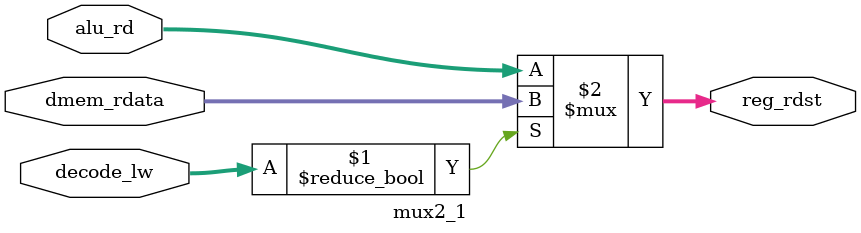
<source format=v>
module mux2_1(
    input  [31:0]  alu_rd, dmem_rdata, decode_lw,
    output [31:0]  reg_rdst
);
    assign reg_rdst = decode_lw ? dmem_rdata : alu_rd;

endmodule
</source>
